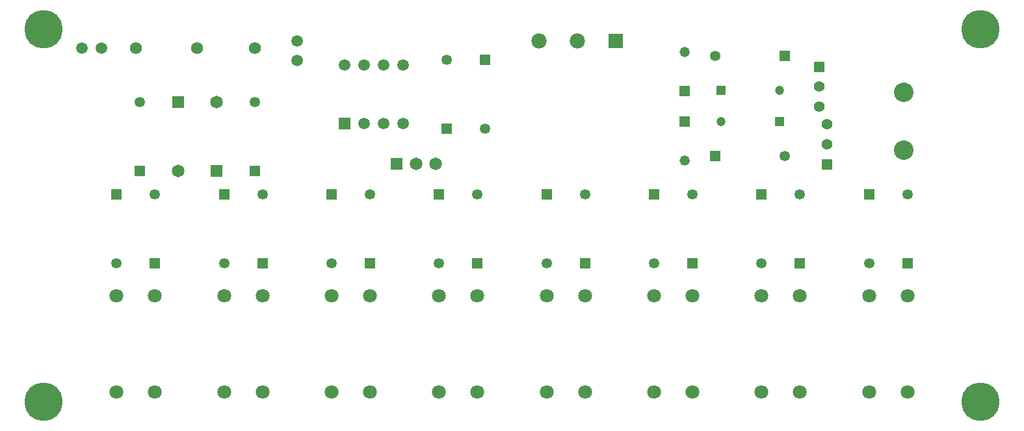
<source format=gbr>
G04*
G04 #@! TF.GenerationSoftware,Altium Limited,Altium Designer,24.5.1 (21)*
G04*
G04 Layer_Color=255*
%FSLAX25Y25*%
%MOIN*%
G70*
G04*
G04 #@! TF.SameCoordinates,3106325B-D942-48A4-ABE3-467AB4579E9E*
G04*
G04*
G04 #@! TF.FilePolarity,Positive*
G04*
G01*
G75*
%ADD24R,0.05200X0.05200*%
%ADD25C,0.05200*%
%ADD26R,0.04724X0.04724*%
%ADD27C,0.04724*%
%ADD39R,0.06496X0.06496*%
%ADD40C,0.06496*%
%ADD41C,0.05315*%
%ADD42R,0.05315X0.05315*%
%ADD43C,0.07795*%
%ADD44R,0.07795X0.07795*%
%ADD45R,0.05315X0.05315*%
%ADD46R,0.05512X0.05512*%
%ADD47C,0.05512*%
%ADD48C,0.10000*%
%ADD49C,0.05906*%
%ADD50C,0.06181*%
%ADD51R,0.06496X0.06496*%
%ADD52C,0.07087*%
%ADD53C,0.19685*%
%ADD54R,0.05906X0.05906*%
D24*
X342520Y172913D02*
D03*
Y157480D02*
D03*
D25*
Y192913D02*
D03*
Y137480D02*
D03*
D26*
X390996Y157480D02*
D03*
X360972Y173228D02*
D03*
D27*
X360972Y157480D02*
D03*
X390996Y173228D02*
D03*
D39*
X194882Y135827D02*
D03*
D40*
X204882D02*
D03*
X214882D02*
D03*
X102362Y167323D02*
D03*
X82677Y131890D02*
D03*
D41*
X216535Y84646D02*
D03*
X240158Y153543D02*
D03*
X220472Y188976D02*
D03*
X393701Y139764D02*
D03*
X358268Y190945D02*
D03*
X62992Y167323D02*
D03*
X122047D02*
D03*
X456693Y120079D02*
D03*
X437008Y84646D02*
D03*
X401575Y120079D02*
D03*
X381890Y84646D02*
D03*
X346457Y120079D02*
D03*
X326772Y84646D02*
D03*
X291339Y120079D02*
D03*
X271654Y84646D02*
D03*
X236221Y120079D02*
D03*
X181102D02*
D03*
X161417Y84646D02*
D03*
X125984Y120079D02*
D03*
X106299Y84646D02*
D03*
X70866Y120079D02*
D03*
X51181Y84646D02*
D03*
D42*
X216535Y120079D02*
D03*
X240158Y188976D02*
D03*
X220472Y153543D02*
D03*
X62992Y131890D02*
D03*
X122047D02*
D03*
X456693Y84646D02*
D03*
X437008Y120079D02*
D03*
X401575Y84646D02*
D03*
X381890Y120079D02*
D03*
X346457Y84646D02*
D03*
X326772Y120079D02*
D03*
X291339Y84646D02*
D03*
X271654Y120079D02*
D03*
X236221Y84646D02*
D03*
X181102D02*
D03*
X161417Y120079D02*
D03*
X125984Y84646D02*
D03*
X106299Y120079D02*
D03*
X70866Y84646D02*
D03*
X51181Y120079D02*
D03*
D43*
X267717Y198819D02*
D03*
X287402D02*
D03*
D44*
X307087D02*
D03*
D45*
X358268Y139764D02*
D03*
X393701Y190945D02*
D03*
D46*
X411417Y185433D02*
D03*
X415354Y135433D02*
D03*
D47*
X411417Y164961D02*
D03*
Y175197D02*
D03*
X415354Y145669D02*
D03*
Y155905D02*
D03*
D48*
X454724Y142680D02*
D03*
Y172280D02*
D03*
D49*
X143701Y188819D02*
D03*
Y198819D02*
D03*
X33307Y194882D02*
D03*
X43307D02*
D03*
X178071Y156260D02*
D03*
X188071D02*
D03*
X198071D02*
D03*
X168071Y186260D02*
D03*
X178071D02*
D03*
X188071D02*
D03*
X198071D02*
D03*
D50*
X122047Y194882D02*
D03*
X92520D02*
D03*
X61024D02*
D03*
D51*
X102362Y131890D02*
D03*
X82677Y167323D02*
D03*
D52*
X291339Y67913D02*
D03*
Y18701D02*
D03*
X271654Y67913D02*
D03*
Y18701D02*
D03*
X456693Y67913D02*
D03*
Y18701D02*
D03*
X437008Y67913D02*
D03*
Y18701D02*
D03*
X346457Y67913D02*
D03*
Y18701D02*
D03*
X326772Y67913D02*
D03*
Y18701D02*
D03*
X401575Y67913D02*
D03*
Y18701D02*
D03*
X381890Y67913D02*
D03*
Y18701D02*
D03*
X125984Y67913D02*
D03*
Y18701D02*
D03*
X106299Y67913D02*
D03*
Y18701D02*
D03*
X181102Y67913D02*
D03*
Y18701D02*
D03*
X161417Y67913D02*
D03*
Y18701D02*
D03*
X236221Y67913D02*
D03*
Y18701D02*
D03*
X216535Y67913D02*
D03*
Y18701D02*
D03*
X51181D02*
D03*
Y67913D02*
D03*
X70866Y18701D02*
D03*
Y67913D02*
D03*
D53*
X494095Y13780D02*
D03*
Y204724D02*
D03*
X13780Y13780D02*
D03*
Y204724D02*
D03*
D54*
X168071Y156260D02*
D03*
M02*

</source>
